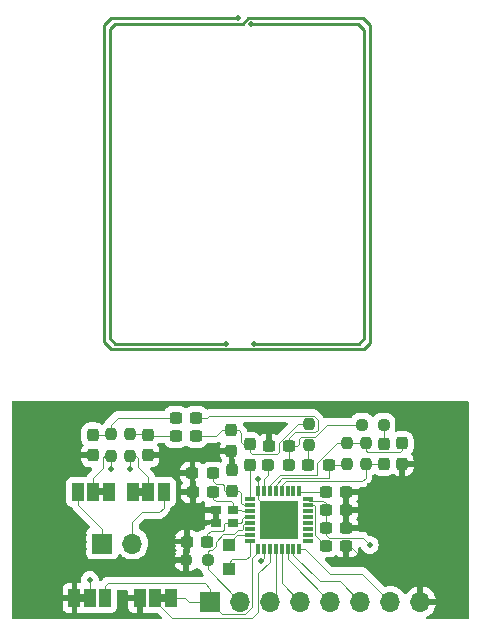
<source format=gtl>
G04 #@! TF.GenerationSoftware,KiCad,Pcbnew,7.0.9*
G04 #@! TF.CreationDate,2024-04-20T19:10:07+02:00*
G04 #@! TF.ProjectId,NFC_Programmer,4e46435f-5072-46f6-9772-616d6d65722e,3.0*
G04 #@! TF.SameCoordinates,Original*
G04 #@! TF.FileFunction,Copper,L1,Top*
G04 #@! TF.FilePolarity,Positive*
%FSLAX46Y46*%
G04 Gerber Fmt 4.6, Leading zero omitted, Abs format (unit mm)*
G04 Created by KiCad (PCBNEW 7.0.9) date 2024-04-20 19:10:07*
%MOMM*%
%LPD*%
G01*
G04 APERTURE LIST*
G04 Aperture macros list*
%AMRoundRect*
0 Rectangle with rounded corners*
0 $1 Rounding radius*
0 $2 $3 $4 $5 $6 $7 $8 $9 X,Y pos of 4 corners*
0 Add a 4 corners polygon primitive as box body*
4,1,4,$2,$3,$4,$5,$6,$7,$8,$9,$2,$3,0*
0 Add four circle primitives for the rounded corners*
1,1,$1+$1,$2,$3*
1,1,$1+$1,$4,$5*
1,1,$1+$1,$6,$7*
1,1,$1+$1,$8,$9*
0 Add four rect primitives between the rounded corners*
20,1,$1+$1,$2,$3,$4,$5,0*
20,1,$1+$1,$4,$5,$6,$7,0*
20,1,$1+$1,$6,$7,$8,$9,0*
20,1,$1+$1,$8,$9,$2,$3,0*%
G04 Aperture macros list end*
G04 #@! TA.AperFunction,SMDPad,CuDef*
%ADD10RoundRect,0.237500X-0.237500X0.250000X-0.237500X-0.250000X0.237500X-0.250000X0.237500X0.250000X0*%
G04 #@! TD*
G04 #@! TA.AperFunction,SMDPad,CuDef*
%ADD11RoundRect,0.237500X0.300000X0.237500X-0.300000X0.237500X-0.300000X-0.237500X0.300000X-0.237500X0*%
G04 #@! TD*
G04 #@! TA.AperFunction,SMDPad,CuDef*
%ADD12RoundRect,0.237500X0.237500X-0.250000X0.237500X0.250000X-0.237500X0.250000X-0.237500X-0.250000X0*%
G04 #@! TD*
G04 #@! TA.AperFunction,SMDPad,CuDef*
%ADD13R,1.000000X1.500000*%
G04 #@! TD*
G04 #@! TA.AperFunction,SMDPad,CuDef*
%ADD14R,1.000000X1.000000*%
G04 #@! TD*
G04 #@! TA.AperFunction,ComponentPad*
%ADD15R,1.700000X1.700000*%
G04 #@! TD*
G04 #@! TA.AperFunction,ComponentPad*
%ADD16O,1.700000X1.700000*%
G04 #@! TD*
G04 #@! TA.AperFunction,SMDPad,CuDef*
%ADD17RoundRect,0.237500X0.237500X-0.287500X0.237500X0.287500X-0.237500X0.287500X-0.237500X-0.287500X0*%
G04 #@! TD*
G04 #@! TA.AperFunction,SMDPad,CuDef*
%ADD18R,0.900000X0.800000*%
G04 #@! TD*
G04 #@! TA.AperFunction,SMDPad,CuDef*
%ADD19RoundRect,0.237500X0.237500X-0.300000X0.237500X0.300000X-0.237500X0.300000X-0.237500X-0.300000X0*%
G04 #@! TD*
G04 #@! TA.AperFunction,SMDPad,CuDef*
%ADD20RoundRect,0.237500X-0.237500X0.300000X-0.237500X-0.300000X0.237500X-0.300000X0.237500X0.300000X0*%
G04 #@! TD*
G04 #@! TA.AperFunction,SMDPad,CuDef*
%ADD21R,0.850000X0.300000*%
G04 #@! TD*
G04 #@! TA.AperFunction,SMDPad,CuDef*
%ADD22R,0.300000X0.850000*%
G04 #@! TD*
G04 #@! TA.AperFunction,SMDPad,CuDef*
%ADD23R,3.250000X3.250000*%
G04 #@! TD*
G04 #@! TA.AperFunction,SMDPad,CuDef*
%ADD24RoundRect,0.237500X-0.300000X-0.237500X0.300000X-0.237500X0.300000X0.237500X-0.300000X0.237500X0*%
G04 #@! TD*
G04 #@! TA.AperFunction,SMDPad,CuDef*
%ADD25RoundRect,0.237500X-0.250000X-0.237500X0.250000X-0.237500X0.250000X0.237500X-0.250000X0.237500X0*%
G04 #@! TD*
G04 #@! TA.AperFunction,SMDPad,CuDef*
%ADD26RoundRect,0.237500X-0.287500X-0.237500X0.287500X-0.237500X0.287500X0.237500X-0.287500X0.237500X0*%
G04 #@! TD*
G04 #@! TA.AperFunction,SMDPad,CuDef*
%ADD27RoundRect,0.237500X0.250000X0.237500X-0.250000X0.237500X-0.250000X-0.237500X0.250000X-0.237500X0*%
G04 #@! TD*
G04 #@! TA.AperFunction,ViaPad*
%ADD28C,0.360000*%
G04 #@! TD*
G04 #@! TA.AperFunction,ViaPad*
%ADD29C,0.500000*%
G04 #@! TD*
G04 #@! TA.AperFunction,Conductor*
%ADD30C,0.100000*%
G04 #@! TD*
G04 #@! TA.AperFunction,Conductor*
%ADD31C,0.250000*%
G04 #@! TD*
G04 APERTURE END LIST*
G04 #@! TA.AperFunction,EtchedComponent*
G36*
X132035000Y-99000000D02*
G01*
X131535000Y-99000000D01*
X131535000Y-98400000D01*
X132035000Y-98400000D01*
X132035000Y-99000000D01*
G37*
G04 #@! TD.AperFunction*
G04 #@! TA.AperFunction,EtchedComponent*
G36*
X128675000Y-98990000D02*
G01*
X128175000Y-98990000D01*
X128175000Y-98390000D01*
X128675000Y-98390000D01*
X128675000Y-98990000D01*
G37*
G04 #@! TD.AperFunction*
G04 #@! TA.AperFunction,EtchedComponent*
G36*
X133910000Y-107970000D02*
G01*
X133410000Y-107970000D01*
X133410000Y-107370000D01*
X133910000Y-107370000D01*
X133910000Y-107970000D01*
G37*
G04 #@! TD.AperFunction*
G04 #@! TA.AperFunction,EtchedComponent*
G36*
X127070000Y-107970000D02*
G01*
X126570000Y-107970000D01*
X126570000Y-107370000D01*
X127070000Y-107370000D01*
X127070000Y-107970000D01*
G37*
G04 #@! TD.AperFunction*
D10*
X150813750Y-94545000D03*
X150813750Y-96370000D03*
D11*
X147696750Y-96380000D03*
X145971750Y-96380000D03*
D12*
X145994250Y-94742500D03*
X145994250Y-92917500D03*
D13*
X131135000Y-98700000D03*
X132435000Y-98700000D03*
X133735000Y-98700000D03*
D14*
X139270000Y-103150000D03*
D11*
X137886750Y-97110000D03*
X136161750Y-97110000D03*
D15*
X128530000Y-103060000D03*
D16*
X131070000Y-103060000D03*
D17*
X140994250Y-96385000D03*
X140994250Y-94635000D03*
D11*
X136462500Y-93970000D03*
X134737500Y-93970000D03*
D18*
X139571750Y-100230000D03*
X138171750Y-100230000D03*
X138171750Y-101330000D03*
X139571750Y-101330000D03*
D19*
X139504250Y-98602500D03*
X139504250Y-96877500D03*
D20*
X139464250Y-93467500D03*
X139464250Y-95192500D03*
D21*
X145914250Y-102820000D03*
X145914250Y-102320000D03*
X145914250Y-101820000D03*
X145914250Y-101320000D03*
X145914250Y-100820000D03*
X145914250Y-100320000D03*
X145914250Y-99820000D03*
X145914250Y-99320000D03*
D22*
X145214250Y-98620000D03*
X144714250Y-98620000D03*
X144214250Y-98620000D03*
X143714250Y-98620000D03*
X143214250Y-98620000D03*
X142714250Y-98620000D03*
X142214250Y-98620000D03*
X141714250Y-98620000D03*
D21*
X141014250Y-99320000D03*
X141014250Y-99820000D03*
X141014250Y-100320000D03*
X141014250Y-100820000D03*
X141014250Y-101320000D03*
X141014250Y-101820000D03*
X141014250Y-102320000D03*
X141014250Y-102820000D03*
D22*
X141714250Y-103520000D03*
X142214250Y-103520000D03*
X142714250Y-103520000D03*
X143214250Y-103520000D03*
X143714250Y-103520000D03*
X144214250Y-103520000D03*
X144714250Y-103520000D03*
X145214250Y-103520000D03*
D23*
X143464250Y-101070000D03*
D15*
X137670000Y-108010000D03*
D16*
X140210000Y-108010000D03*
X142750000Y-108010000D03*
X145290000Y-108010000D03*
X147830000Y-108010000D03*
X150370000Y-108010000D03*
X152910000Y-108010000D03*
X155450000Y-108010000D03*
D10*
X130835000Y-93800000D03*
X130835000Y-95625000D03*
D19*
X152344250Y-96320000D03*
X152344250Y-94595000D03*
D11*
X136462500Y-92400000D03*
X134737500Y-92400000D03*
D24*
X147445000Y-98700000D03*
X149170000Y-98700000D03*
X147445000Y-100220000D03*
X149170000Y-100220000D03*
D12*
X149283250Y-96370000D03*
X149283250Y-94545000D03*
D20*
X153904250Y-94587500D03*
X153904250Y-96312500D03*
D24*
X147445000Y-101740000D03*
X149170000Y-101740000D03*
D10*
X129285000Y-93800000D03*
X129285000Y-95625000D03*
D25*
X150522500Y-92990000D03*
X152347500Y-92990000D03*
D20*
X132385000Y-93850000D03*
X132385000Y-95575000D03*
D19*
X127725000Y-95575000D03*
X127725000Y-93850000D03*
D11*
X137420000Y-102890000D03*
X135695000Y-102890000D03*
D26*
X142544250Y-96400000D03*
X144294250Y-96400000D03*
D27*
X137458250Y-104420000D03*
X135633250Y-104420000D03*
D13*
X129075000Y-98690000D03*
X127775000Y-98690000D03*
X126475000Y-98690000D03*
X134310000Y-107670000D03*
X133010000Y-107670000D03*
X131710000Y-107670000D03*
D14*
X139270000Y-105210000D03*
D13*
X126170000Y-107670000D03*
X127470000Y-107670000D03*
X128770000Y-107670000D03*
D24*
X142609250Y-94790000D03*
X144334250Y-94790000D03*
D11*
X137926750Y-98680000D03*
X136201750Y-98680000D03*
D24*
X147445000Y-103260000D03*
X149170000Y-103260000D03*
D28*
X159130000Y-95860000D03*
X128800000Y-104750000D03*
X157940000Y-91280000D03*
X131870000Y-105550000D03*
X124300000Y-91250000D03*
X125190000Y-98820000D03*
X127340000Y-91240000D03*
X157250000Y-91280000D03*
X129940000Y-105570000D03*
X135120000Y-99770000D03*
X121160000Y-98970000D03*
X122870000Y-109150000D03*
D29*
X134251582Y-95601582D03*
D28*
X126460000Y-94700000D03*
X144350000Y-91290000D03*
X159080000Y-104020000D03*
X155130000Y-94450000D03*
X129220000Y-91250000D03*
X125190000Y-98210000D03*
X130030000Y-109160000D03*
X134590000Y-100240000D03*
X148440000Y-92230000D03*
X150480000Y-99510000D03*
X154370000Y-97580000D03*
X123600000Y-91240000D03*
X133980000Y-97190000D03*
X159130000Y-96470000D03*
X121160000Y-92260000D03*
X152660000Y-97670000D03*
X134570000Y-102480000D03*
X154960000Y-93780000D03*
X125860000Y-109180000D03*
X121170000Y-91560000D03*
X141860000Y-91280000D03*
X121120000Y-108950000D03*
X148700000Y-91290000D03*
X158550000Y-91280000D03*
X125740000Y-97180000D03*
X121130000Y-106460000D03*
X132560000Y-101260000D03*
X137450000Y-95930000D03*
X159120000Y-92860000D03*
X127920000Y-104800000D03*
X143780000Y-91290000D03*
X124910000Y-108130000D03*
X148000000Y-91280000D03*
X121160000Y-92870000D03*
X151917606Y-102411550D03*
X152920000Y-91280000D03*
X147701096Y-92221952D03*
X149280000Y-92220000D03*
X159090000Y-99740000D03*
X139410000Y-91290000D03*
X159090000Y-101530000D03*
X132820000Y-105550000D03*
X131290000Y-109180000D03*
X133790000Y-101240000D03*
X157500000Y-106700000D03*
X151890000Y-97650000D03*
X159130000Y-95290000D03*
X130870000Y-105570000D03*
X132710000Y-102930000D03*
X134570000Y-103250000D03*
X125250000Y-109180000D03*
X127520000Y-92500000D03*
X127740000Y-109160000D03*
X157600000Y-108470000D03*
X159120000Y-98960000D03*
X126610000Y-96460000D03*
X132780000Y-104380000D03*
X158390000Y-109150000D03*
X121130000Y-104670000D03*
X152310000Y-91280000D03*
X126670000Y-92870000D03*
X134560000Y-104720000D03*
X134560000Y-103940000D03*
X126440000Y-93840000D03*
X140680000Y-91280000D03*
X156070000Y-91280000D03*
X150460000Y-100300000D03*
X140020000Y-91290000D03*
X153450000Y-97640000D03*
X134950000Y-98240000D03*
X151364342Y-91970000D03*
X135077887Y-95174346D03*
X155410000Y-91290000D03*
X159080000Y-107150000D03*
X123410000Y-109150000D03*
X159090000Y-105270000D03*
X136980000Y-95110000D03*
X128330000Y-92550000D03*
X150470000Y-98680000D03*
X121160000Y-94050000D03*
X121810000Y-91240000D03*
D29*
X142620000Y-93280000D03*
D28*
X131010000Y-91250000D03*
X121690000Y-109150000D03*
X149880000Y-91290000D03*
X125480000Y-91250000D03*
X128310000Y-109160000D03*
X127050000Y-102380000D03*
X127910000Y-91240000D03*
X157190000Y-105960000D03*
X131820000Y-109180000D03*
X151460000Y-104220000D03*
X124910000Y-107590000D03*
X150530000Y-100960000D03*
X134950000Y-96480000D03*
X136540000Y-95870000D03*
X153540000Y-92730000D03*
X131960000Y-101650000D03*
X121130000Y-105850000D03*
X155130000Y-95290000D03*
X126400000Y-109180000D03*
X131070000Y-104790000D03*
X125760000Y-106200000D03*
X159080000Y-107760000D03*
X124910000Y-106980000D03*
X127050000Y-104100000D03*
X124910000Y-106410000D03*
X133540000Y-91240000D03*
X159090000Y-104660000D03*
X152060000Y-103740000D03*
X128800000Y-105570000D03*
X154790000Y-105970000D03*
X121120000Y-107160000D03*
X132070000Y-104740000D03*
X121120000Y-108340000D03*
X135620000Y-95890000D03*
X132850000Y-91240000D03*
X159130000Y-94680000D03*
X127050000Y-102950000D03*
X121130000Y-100360000D03*
D29*
X136820000Y-101300000D03*
D28*
X152220000Y-103020000D03*
X121120000Y-102240000D03*
X152500000Y-105950000D03*
X121160000Y-93440000D03*
X126970000Y-109180000D03*
X151740000Y-91280000D03*
X125190000Y-99360000D03*
X121130000Y-101540000D03*
X159120000Y-93430000D03*
X159090000Y-100920000D03*
X126670000Y-97160000D03*
X128970000Y-92080000D03*
D29*
X150700000Y-104480000D03*
D28*
X159080000Y-108330000D03*
X129460000Y-109160000D03*
X122420000Y-91240000D03*
X159120000Y-97780000D03*
X126540000Y-105870000D03*
X132760000Y-102070000D03*
X156200000Y-105960000D03*
X121160000Y-98360000D03*
X133530000Y-96280000D03*
X159090000Y-106450000D03*
X121130000Y-105280000D03*
X121120000Y-104030000D03*
X146820000Y-91280000D03*
X129930000Y-104790000D03*
X159130000Y-91550000D03*
X132280000Y-91240000D03*
X135980000Y-101650000D03*
X130400000Y-91250000D03*
X128520000Y-91240000D03*
X125670000Y-100350000D03*
X159080000Y-108940000D03*
X159120000Y-97170000D03*
X133210000Y-96990000D03*
X142470000Y-91280000D03*
X154800000Y-91290000D03*
X147200000Y-91900000D03*
X122990000Y-91240000D03*
X125190000Y-99930000D03*
X145600000Y-91280000D03*
X128920000Y-109160000D03*
X151070000Y-98110000D03*
X149310000Y-91290000D03*
X121130000Y-99750000D03*
X124910000Y-91250000D03*
X152170000Y-91820000D03*
X157820000Y-109150000D03*
X154230000Y-91290000D03*
X151130000Y-91280000D03*
X159090000Y-105840000D03*
X129830000Y-91250000D03*
X146210000Y-91280000D03*
X123980000Y-109150000D03*
X136880000Y-100240000D03*
X134960000Y-99050000D03*
X159090000Y-100350000D03*
X153620000Y-105960000D03*
X131670000Y-91240000D03*
X127100000Y-101690000D03*
X136100000Y-95140000D03*
X151740000Y-105590000D03*
X122260000Y-109150000D03*
X127050000Y-103560000D03*
X126090000Y-91250000D03*
X159120000Y-98350000D03*
X147390000Y-91280000D03*
X121170000Y-95300000D03*
X126130000Y-100790000D03*
X134890000Y-97330000D03*
D29*
X141710000Y-97600000D03*
D28*
X136100000Y-99920000D03*
X121160000Y-97180000D03*
X130670000Y-109180000D03*
X126610000Y-101210000D03*
X121120000Y-107770000D03*
X121170000Y-95870000D03*
X149880000Y-91890000D03*
X144960000Y-91290000D03*
X121120000Y-102850000D03*
X151124464Y-102010199D03*
X159080000Y-102230000D03*
X121120000Y-103420000D03*
X143170000Y-91290000D03*
X124910000Y-108700000D03*
X159120000Y-94040000D03*
X134250000Y-100770000D03*
X121130000Y-100930000D03*
X153420000Y-92190000D03*
X155210000Y-96260000D03*
D29*
X137990000Y-95230000D03*
D28*
X121170000Y-96480000D03*
X157580000Y-107690000D03*
X150570000Y-101750000D03*
X156680000Y-91280000D03*
X125190000Y-97640000D03*
X135060000Y-101740000D03*
X126700000Y-105300000D03*
X159080000Y-102840000D03*
X154390000Y-93370000D03*
X153620000Y-91290000D03*
X159120000Y-92250000D03*
X151310000Y-105140000D03*
D29*
X125870000Y-95560000D03*
D28*
X121160000Y-97790000D03*
X121170000Y-94690000D03*
X127050000Y-104670000D03*
X155050000Y-97220000D03*
X128250000Y-105320000D03*
X124680000Y-109180000D03*
X159080000Y-103410000D03*
X141290000Y-91280000D03*
X153610000Y-93260000D03*
X133840000Y-105540000D03*
X133130000Y-101260000D03*
X152870000Y-91870000D03*
X150690000Y-91810000D03*
X132400000Y-109200000D03*
X150490000Y-91290000D03*
X126730000Y-91240000D03*
X132730000Y-103630000D03*
D29*
X151160000Y-103180000D03*
X142000000Y-104530000D03*
X127480000Y-106160000D03*
X139030000Y-86150000D03*
X141370000Y-86140000D03*
X140010000Y-58550000D03*
X130850000Y-96740000D03*
X141150000Y-59040000D03*
X129280000Y-96770000D03*
D30*
X146516250Y-99897000D02*
X146439250Y-99820000D01*
X147445000Y-103260000D02*
X146516250Y-102331250D01*
X146439250Y-99820000D02*
X145914250Y-99820000D01*
X146516250Y-102331250D02*
X146516250Y-99897000D01*
X136850000Y-101330000D02*
X136820000Y-101300000D01*
X141714250Y-99320000D02*
X141714250Y-98620000D01*
X134225000Y-95575000D02*
X134251582Y-95601582D01*
X143464250Y-101070000D02*
X141714250Y-99320000D01*
X142609250Y-94790000D02*
X142609250Y-93290750D01*
X138027500Y-95192500D02*
X137990000Y-95230000D01*
X125885000Y-95575000D02*
X125870000Y-95560000D01*
X139464250Y-95192500D02*
X138027500Y-95192500D01*
X141714250Y-97604250D02*
X141710000Y-97600000D01*
X138171750Y-101330000D02*
X136850000Y-101330000D01*
X142609250Y-93290750D02*
X142620000Y-93280000D01*
X149480000Y-103260000D02*
X150700000Y-104480000D01*
X149170000Y-103260000D02*
X149480000Y-103260000D01*
X132385000Y-95575000D02*
X134225000Y-95575000D01*
X127725000Y-95575000D02*
X125885000Y-95575000D01*
X141714250Y-98620000D02*
X141714250Y-97604250D01*
X147445000Y-98700000D02*
X145294250Y-98700000D01*
X145294250Y-98700000D02*
X145214250Y-98620000D01*
X140489250Y-99820000D02*
X140260000Y-99590750D01*
X138824250Y-98510000D02*
X138916750Y-98602500D01*
X137886750Y-97732500D02*
X138134250Y-97980000D01*
X140260000Y-99590750D02*
X140260000Y-98770000D01*
X137886750Y-97110000D02*
X137886750Y-97732500D01*
X138134250Y-97980000D02*
X138684250Y-97980000D01*
X140092500Y-98602500D02*
X139504250Y-98602500D01*
X138684250Y-97980000D02*
X138824250Y-98120000D01*
X140260000Y-98770000D02*
X140092500Y-98602500D01*
X141014250Y-99820000D02*
X140489250Y-99820000D01*
X138916750Y-98602500D02*
X139504250Y-98602500D01*
X138824250Y-98120000D02*
X138824250Y-98510000D01*
X140330000Y-100979250D02*
X140330000Y-101210000D01*
X138910000Y-101330000D02*
X139571750Y-101330000D01*
X137420000Y-102890000D02*
X137420000Y-102290000D01*
X137710000Y-102000000D02*
X138710000Y-102000000D01*
X140489250Y-100820000D02*
X140330000Y-100979250D01*
X138860000Y-101380000D02*
X138910000Y-101330000D01*
X138860000Y-101850000D02*
X138860000Y-101380000D01*
X137420000Y-102290000D02*
X137710000Y-102000000D01*
X141014250Y-100820000D02*
X140489250Y-100820000D01*
X140210000Y-101330000D02*
X139571750Y-101330000D01*
X138710000Y-102000000D02*
X138860000Y-101850000D01*
X140330000Y-101210000D02*
X140210000Y-101330000D01*
X143714250Y-98095000D02*
X144049250Y-97760000D01*
X150813750Y-97473750D02*
X150813750Y-96370000D01*
X150813750Y-96370000D02*
X152294250Y-96370000D01*
X143714250Y-98620000D02*
X143714250Y-98095000D01*
X150540000Y-97760000D02*
X150820000Y-97480000D01*
X150820000Y-97480000D02*
X150813750Y-97473750D01*
X144049250Y-97760000D02*
X150540000Y-97760000D01*
X152294250Y-96370000D02*
X152344250Y-96320000D01*
X152347500Y-94591750D02*
X152344250Y-94595000D01*
X152347500Y-92990000D02*
X152347500Y-94591750D01*
X145050000Y-94790000D02*
X144334250Y-94790000D01*
X136462500Y-92400000D02*
X137430000Y-92400000D01*
X144294250Y-94830000D02*
X144334250Y-94790000D01*
X145170000Y-94670000D02*
X145050000Y-94790000D01*
X146410022Y-92253000D02*
X146750000Y-92592978D01*
X145350000Y-94000000D02*
X145170000Y-94180000D01*
X146570000Y-94000000D02*
X145350000Y-94000000D01*
X150522500Y-92990000D02*
X147580000Y-92990000D01*
X144334250Y-94135750D02*
X144334250Y-94790000D01*
X145170000Y-94180000D02*
X145170000Y-94670000D01*
X137577000Y-92253000D02*
X146410022Y-92253000D01*
X146750000Y-93420000D02*
X146550000Y-93620000D01*
X137430000Y-92400000D02*
X137577000Y-92253000D01*
X144294250Y-96400000D02*
X144294250Y-94830000D01*
X146750000Y-92592978D02*
X146750000Y-93420000D01*
X147580000Y-92990000D02*
X146570000Y-94000000D01*
X144850000Y-93620000D02*
X144334250Y-94135750D01*
X146550000Y-93620000D02*
X144850000Y-93620000D01*
X140994250Y-95284250D02*
X140994250Y-94635000D01*
X145076478Y-92917500D02*
X143480000Y-94513978D01*
X140067500Y-93467500D02*
X140270000Y-93670000D01*
X143480000Y-94513978D02*
X143480000Y-95290000D01*
X143280000Y-95490000D02*
X141200000Y-95490000D01*
X139464250Y-93467500D02*
X140067500Y-93467500D01*
X140445000Y-94635000D02*
X140994250Y-94635000D01*
X145994250Y-92917500D02*
X145076478Y-92917500D01*
X143480000Y-95290000D02*
X143280000Y-95490000D01*
X136462500Y-93970000D02*
X138120000Y-93970000D01*
X140270000Y-94460000D02*
X140445000Y-94635000D01*
X140270000Y-93670000D02*
X140270000Y-94460000D01*
X141200000Y-95490000D02*
X140994250Y-95284250D01*
X138120000Y-93970000D02*
X138622500Y-93467500D01*
X138622500Y-93467500D02*
X139464250Y-93467500D01*
X130835000Y-93800000D02*
X132335000Y-93800000D01*
X132505000Y-93970000D02*
X132385000Y-93850000D01*
X134737500Y-93970000D02*
X132505000Y-93970000D01*
X132335000Y-93800000D02*
X132385000Y-93850000D01*
X127725000Y-93850000D02*
X129235000Y-93850000D01*
X129235000Y-93850000D02*
X129285000Y-93800000D01*
X129870000Y-92400000D02*
X129285000Y-92985000D01*
X129285000Y-92985000D02*
X129285000Y-93800000D01*
X134737500Y-92400000D02*
X129870000Y-92400000D01*
X153904250Y-95145750D02*
X153740500Y-95309500D01*
X143549250Y-97260000D02*
X146670000Y-97260000D01*
X150979500Y-95309500D02*
X150813750Y-95143750D01*
X150813750Y-95143750D02*
X150813750Y-94545000D01*
X153740500Y-95309500D02*
X150979500Y-95309500D01*
X142714250Y-98095000D02*
X143549250Y-97260000D01*
X146670000Y-97260000D02*
X146686250Y-97243750D01*
X148375000Y-94545000D02*
X149283250Y-94545000D01*
X149283250Y-94545000D02*
X150813750Y-94545000D01*
X146686250Y-96233750D02*
X148375000Y-94545000D01*
X153904250Y-94587500D02*
X153904250Y-95145750D01*
X142714250Y-98620000D02*
X142714250Y-98095000D01*
X146686250Y-97243750D02*
X146686250Y-96233750D01*
X147637000Y-97533000D02*
X147696750Y-97473250D01*
X147696750Y-97473250D02*
X147696750Y-96380000D01*
X143214250Y-98620000D02*
X143214250Y-98095000D01*
X149273250Y-96380000D02*
X149283250Y-96370000D01*
X143214250Y-98095000D02*
X143776250Y-97533000D01*
X143776250Y-97533000D02*
X147637000Y-97533000D01*
X147696750Y-96380000D02*
X149273250Y-96380000D01*
X145971750Y-94765000D02*
X145994250Y-94742500D01*
X145971750Y-96380000D02*
X145971750Y-94765000D01*
X141014250Y-96405000D02*
X140994250Y-96385000D01*
X141014250Y-99320000D02*
X141014250Y-96405000D01*
X142214250Y-97565750D02*
X142544250Y-97235750D01*
X142214250Y-98620000D02*
X142214250Y-97565750D01*
X142544250Y-97235750D02*
X142544250Y-96400000D01*
X139530000Y-104410000D02*
X139270000Y-104670000D01*
X139270000Y-104670000D02*
X139270000Y-105210000D01*
X140680000Y-104410000D02*
X139530000Y-104410000D01*
X141014250Y-104075750D02*
X140680000Y-104410000D01*
X141014250Y-102820000D02*
X141014250Y-104075750D01*
X144214250Y-103520000D02*
X144214250Y-104394250D01*
X144214250Y-104394250D02*
X147830000Y-108010000D01*
X147770000Y-105610000D02*
X150510000Y-105610000D01*
X145680000Y-103520000D02*
X147770000Y-105610000D01*
X150510000Y-105610000D02*
X152910000Y-108010000D01*
X145214250Y-103520000D02*
X145680000Y-103520000D01*
X144714250Y-104045000D02*
X146919250Y-106250000D01*
X148630000Y-106250000D02*
X150370000Y-107990000D01*
X144714250Y-103520000D02*
X144714250Y-104045000D01*
X146919250Y-106250000D02*
X148630000Y-106250000D01*
X150370000Y-107990000D02*
X150370000Y-108010000D01*
X140585250Y-101320000D02*
X140412250Y-101493000D01*
X140412250Y-101847750D02*
X140354250Y-101905750D01*
X139670000Y-102290000D02*
X138776000Y-102290000D01*
X137458250Y-103751750D02*
X137458250Y-104420000D01*
X140354250Y-101905750D02*
X140054250Y-101905750D01*
X140412250Y-101493000D02*
X140412250Y-101847750D01*
X137458250Y-104420000D02*
X137458250Y-105258250D01*
X137590000Y-103620000D02*
X137458250Y-103751750D01*
X141014250Y-101320000D02*
X140585250Y-101320000D01*
X137458250Y-105258250D02*
X140210000Y-108010000D01*
X138776000Y-102290000D02*
X138134500Y-102931500D01*
X137820272Y-103620000D02*
X137590000Y-103620000D01*
X138134500Y-103305772D02*
X137820272Y-103620000D01*
X140054250Y-101905750D02*
X139670000Y-102290000D01*
X138134500Y-102931500D02*
X138134500Y-103305772D01*
X128770000Y-107670000D02*
X128770000Y-106650000D01*
X147445000Y-99655000D02*
X147445000Y-100220000D01*
X147445000Y-101740000D02*
X147445000Y-102365000D01*
X141714250Y-103520000D02*
X141714250Y-103795000D01*
X146044250Y-99450000D02*
X147240000Y-99450000D01*
X141237000Y-104272250D02*
X141237000Y-108435398D01*
X147240000Y-99450000D02*
X147445000Y-99655000D01*
X135550000Y-107670000D02*
X134310000Y-107670000D01*
X135890000Y-108010000D02*
X135550000Y-107670000D01*
X141714250Y-103795000D02*
X141237000Y-104272250D01*
X141237000Y-108435398D02*
X140632398Y-109040000D01*
X140632398Y-109040000D02*
X138700000Y-109040000D01*
X128770000Y-106650000D02*
X129000000Y-106420000D01*
X138700000Y-109040000D02*
X137670000Y-108010000D01*
X151170000Y-103220000D02*
X151170000Y-103190000D01*
X137200000Y-106420000D02*
X137670000Y-106890000D01*
X145914250Y-99320000D02*
X146044250Y-99450000D01*
X137670000Y-106890000D02*
X137670000Y-108010000D01*
X137670000Y-108010000D02*
X135890000Y-108010000D01*
X147688000Y-102608000D02*
X150558000Y-102608000D01*
X147445000Y-102365000D02*
X147688000Y-102608000D01*
X150558000Y-102608000D02*
X151170000Y-103220000D01*
X129000000Y-106420000D02*
X137200000Y-106420000D01*
X147445000Y-100220000D02*
X147445000Y-101740000D01*
X143714250Y-106434250D02*
X145290000Y-108010000D01*
X143714250Y-103520000D02*
X143714250Y-106434250D01*
X143214250Y-107545750D02*
X143214250Y-103520000D01*
X142750000Y-108010000D02*
X143214250Y-107545750D01*
X140354250Y-100320000D02*
X141014249Y-100320000D01*
X137926750Y-98680000D02*
X137926750Y-99262500D01*
X138154250Y-99490000D02*
X139454250Y-99490000D01*
X139584250Y-99620000D02*
X139571750Y-99632500D01*
X137926750Y-99262500D02*
X138154250Y-99490000D01*
X139571750Y-99632500D02*
X139571750Y-100230000D01*
X140244250Y-100230000D02*
X140344250Y-100330000D01*
X139454250Y-99490000D02*
X139584250Y-99620000D01*
X139571750Y-100230000D02*
X140244250Y-100230000D01*
X140344250Y-100330000D02*
X140354250Y-100320000D01*
X127470000Y-107670000D02*
X127470000Y-106170000D01*
X142214250Y-104315750D02*
X142214250Y-103520000D01*
X127470000Y-106170000D02*
X127480000Y-106160000D01*
X142000000Y-104530000D02*
X142214250Y-104315750D01*
X142714250Y-104605750D02*
X142714250Y-103520000D01*
X141723000Y-108857000D02*
X141723000Y-105597000D01*
X133010000Y-107670000D02*
X133010000Y-107920000D01*
X141230000Y-109350000D02*
X141723000Y-108857000D01*
X141723000Y-105597000D02*
X142714250Y-104605750D01*
X134440000Y-109350000D02*
X141230000Y-109350000D01*
X133010000Y-107920000D02*
X134440000Y-109350000D01*
X131070000Y-101210000D02*
X131070000Y-103060000D01*
X133735000Y-98700000D02*
X133735000Y-100035000D01*
X133340000Y-100430000D02*
X131850000Y-100430000D01*
X131070000Y-103060000D02*
X130530000Y-103060000D01*
X133735000Y-100035000D02*
X133340000Y-100430000D01*
X131850000Y-100430000D02*
X131070000Y-101210000D01*
X132435000Y-97435000D02*
X132435000Y-98700000D01*
D31*
X129620000Y-86140000D02*
X139020000Y-86140000D01*
D30*
X129285000Y-95625000D02*
X129285000Y-96765000D01*
X130835000Y-95625000D02*
X130835000Y-96725000D01*
X128715000Y-95625000D02*
X128590000Y-95750000D01*
D31*
X151200000Y-86100000D02*
X151200000Y-59160000D01*
D30*
X130835000Y-95625000D02*
X131375000Y-95625000D01*
X131590000Y-96590000D02*
X132435000Y-97435000D01*
D31*
X141370000Y-86140000D02*
X150220000Y-86140000D01*
D30*
X129285000Y-96765000D02*
X129280000Y-96770000D01*
X131375000Y-95625000D02*
X131590000Y-95840000D01*
D31*
X128670000Y-59150000D02*
X128670000Y-86010000D01*
X140010000Y-58550000D02*
X140010000Y-58560000D01*
X129280000Y-86620000D02*
X150680000Y-86620000D01*
X150600000Y-58560000D02*
X140890000Y-58560000D01*
D30*
X128590000Y-95750000D02*
X128590000Y-96670000D01*
D31*
X129260000Y-58560000D02*
X128670000Y-59150000D01*
X140890000Y-58560000D02*
X140410000Y-59040000D01*
X128670000Y-86010000D02*
X129280000Y-86620000D01*
X150720000Y-59600000D02*
X150160000Y-59040000D01*
X139020000Y-86140000D02*
X139030000Y-86150000D01*
X150220000Y-86140000D02*
X150720000Y-85640000D01*
X129640000Y-59040000D02*
X129150000Y-59530000D01*
D30*
X129285000Y-95625000D02*
X128715000Y-95625000D01*
D31*
X140010000Y-58560000D02*
X129260000Y-58560000D01*
X151200000Y-59160000D02*
X150600000Y-58560000D01*
X150680000Y-86620000D02*
X151200000Y-86100000D01*
X129150000Y-85670000D02*
X129620000Y-86140000D01*
D30*
X128590000Y-96670000D02*
X127775000Y-97485000D01*
X131590000Y-95840000D02*
X131590000Y-96590000D01*
D31*
X150720000Y-85640000D02*
X150720000Y-59600000D01*
X129150000Y-59530000D02*
X129150000Y-85670000D01*
D30*
X127775000Y-97485000D02*
X127775000Y-98690000D01*
D31*
X150160000Y-59040000D02*
X141150000Y-59040000D01*
X140410000Y-59040000D02*
X129640000Y-59040000D01*
D30*
X130835000Y-96725000D02*
X130850000Y-96740000D01*
X126475000Y-99775000D02*
X128530000Y-101830000D01*
X128530000Y-101830000D02*
X128530000Y-103060000D01*
X126475000Y-98690000D02*
X126475000Y-99775000D01*
X139594026Y-102687000D02*
X139270000Y-102687000D01*
X139961026Y-102320000D02*
X139594026Y-102687000D01*
X141014250Y-102320000D02*
X139961026Y-102320000D01*
X139270000Y-102687000D02*
X139270000Y-103150000D01*
G04 #@! TA.AperFunction,Conductor*
G36*
X159477539Y-90979685D02*
G01*
X159523294Y-91032489D01*
X159534500Y-91084000D01*
X159534500Y-109350500D01*
X159514815Y-109417539D01*
X159462011Y-109463294D01*
X159410500Y-109474500D01*
X156063069Y-109474500D01*
X155996030Y-109454815D01*
X155950275Y-109402011D01*
X155940331Y-109332853D01*
X155969356Y-109269297D01*
X156010664Y-109238118D01*
X156127578Y-109183600D01*
X156321082Y-109048105D01*
X156488105Y-108881082D01*
X156623600Y-108687578D01*
X156723429Y-108473492D01*
X156723432Y-108473486D01*
X156780636Y-108260000D01*
X155883686Y-108260000D01*
X155909493Y-108219844D01*
X155950000Y-108081889D01*
X155950000Y-107938111D01*
X155909493Y-107800156D01*
X155883686Y-107760000D01*
X156780636Y-107760000D01*
X156780635Y-107759999D01*
X156723432Y-107546513D01*
X156723429Y-107546507D01*
X156623600Y-107332422D01*
X156623599Y-107332420D01*
X156488113Y-107138926D01*
X156488108Y-107138920D01*
X156321082Y-106971894D01*
X156127578Y-106836399D01*
X155913492Y-106736570D01*
X155913486Y-106736567D01*
X155700000Y-106679364D01*
X155700000Y-107574498D01*
X155592315Y-107525320D01*
X155485763Y-107510000D01*
X155414237Y-107510000D01*
X155307685Y-107525320D01*
X155200000Y-107574498D01*
X155200000Y-106679364D01*
X155199999Y-106679364D01*
X154986513Y-106736567D01*
X154986507Y-106736570D01*
X154772422Y-106836399D01*
X154772420Y-106836400D01*
X154578926Y-106971886D01*
X154578920Y-106971891D01*
X154411891Y-107138920D01*
X154411890Y-107138922D01*
X154281880Y-107324595D01*
X154227303Y-107368219D01*
X154157804Y-107375412D01*
X154095450Y-107343890D01*
X154078730Y-107324594D01*
X153948494Y-107138597D01*
X153781402Y-106971506D01*
X153781395Y-106971501D01*
X153779965Y-106970500D01*
X153639475Y-106872127D01*
X153587834Y-106835967D01*
X153587830Y-106835965D01*
X153373663Y-106736097D01*
X153373659Y-106736096D01*
X153373655Y-106736094D01*
X153145413Y-106674938D01*
X153145403Y-106674936D01*
X152910001Y-106654341D01*
X152909999Y-106654341D01*
X152674596Y-106674936D01*
X152674586Y-106674938D01*
X152490475Y-106724270D01*
X152420625Y-106722607D01*
X152370701Y-106692176D01*
X150905906Y-105227381D01*
X150902071Y-105223275D01*
X150860680Y-105178956D01*
X150848264Y-105171405D01*
X150822861Y-105155957D01*
X150817610Y-105152383D01*
X150782341Y-105125638D01*
X150782342Y-105125638D01*
X150765642Y-105119052D01*
X150746716Y-105109652D01*
X150731380Y-105100327D01*
X150688758Y-105088384D01*
X150682740Y-105086360D01*
X150641565Y-105070124D01*
X150641556Y-105070122D01*
X150623716Y-105068288D01*
X150602951Y-105064342D01*
X150585669Y-105059500D01*
X150585665Y-105059500D01*
X150541406Y-105059500D01*
X150535064Y-105059175D01*
X150507427Y-105056333D01*
X150491029Y-105054648D01*
X150491024Y-105054648D01*
X150473344Y-105057697D01*
X150452276Y-105059500D01*
X148049386Y-105059500D01*
X147982347Y-105039815D01*
X147961705Y-105023181D01*
X147385705Y-104447180D01*
X147352220Y-104385857D01*
X147357204Y-104316165D01*
X147399076Y-104260232D01*
X147464540Y-104235815D01*
X147473386Y-104235499D01*
X147794170Y-104235499D01*
X147794176Y-104235499D01*
X147895253Y-104225174D01*
X148059016Y-104170908D01*
X148205850Y-104080340D01*
X148220171Y-104066018D01*
X148281489Y-104032533D01*
X148351181Y-104037514D01*
X148395534Y-104066017D01*
X148409461Y-104079944D01*
X148409465Y-104079947D01*
X148556188Y-104170448D01*
X148556199Y-104170453D01*
X148719847Y-104224680D01*
X148820851Y-104234999D01*
X148920000Y-104234998D01*
X148920000Y-103282500D01*
X148939685Y-103215461D01*
X148992489Y-103169706D01*
X149044000Y-103158500D01*
X149296000Y-103158500D01*
X149363039Y-103178185D01*
X149408794Y-103230989D01*
X149420000Y-103282500D01*
X149420000Y-104234999D01*
X149519140Y-104234999D01*
X149519154Y-104234998D01*
X149620152Y-104224680D01*
X149783800Y-104170453D01*
X149783811Y-104170448D01*
X149930534Y-104079947D01*
X149930538Y-104079944D01*
X150052444Y-103958038D01*
X150052447Y-103958034D01*
X150142948Y-103811311D01*
X150142953Y-103811300D01*
X150197180Y-103647652D01*
X150207499Y-103546654D01*
X150207499Y-103460045D01*
X150227183Y-103393006D01*
X150279986Y-103347250D01*
X150349145Y-103337306D01*
X150412701Y-103366330D01*
X150448540Y-103419089D01*
X150479542Y-103507686D01*
X150479547Y-103507697D01*
X150569518Y-103650884D01*
X150569523Y-103650890D01*
X150689109Y-103770476D01*
X150689115Y-103770481D01*
X150832302Y-103860452D01*
X150832305Y-103860454D01*
X150832309Y-103860455D01*
X150832310Y-103860456D01*
X150886932Y-103879569D01*
X150991943Y-103916314D01*
X151159997Y-103935249D01*
X151160000Y-103935249D01*
X151160003Y-103935249D01*
X151328056Y-103916314D01*
X151328059Y-103916313D01*
X151487690Y-103860456D01*
X151487692Y-103860454D01*
X151487694Y-103860454D01*
X151487697Y-103860452D01*
X151630884Y-103770481D01*
X151630885Y-103770480D01*
X151630890Y-103770477D01*
X151750477Y-103650890D01*
X151750481Y-103650884D01*
X151840452Y-103507697D01*
X151840454Y-103507694D01*
X151840454Y-103507692D01*
X151840456Y-103507690D01*
X151896313Y-103348059D01*
X151896313Y-103348058D01*
X151896314Y-103348056D01*
X151915249Y-103180002D01*
X151915249Y-103179997D01*
X151896314Y-103011943D01*
X151840454Y-102852305D01*
X151840452Y-102852302D01*
X151750481Y-102709115D01*
X151750476Y-102709109D01*
X151630890Y-102589523D01*
X151630884Y-102589518D01*
X151487697Y-102499547D01*
X151487694Y-102499545D01*
X151328055Y-102443685D01*
X151195539Y-102428755D01*
X151131125Y-102401689D01*
X151121741Y-102393216D01*
X150953906Y-102225381D01*
X150922697Y-102191965D01*
X150908680Y-102176956D01*
X150896264Y-102169405D01*
X150870861Y-102153957D01*
X150865610Y-102150383D01*
X150830341Y-102123638D01*
X150830342Y-102123638D01*
X150813642Y-102117052D01*
X150794716Y-102107652D01*
X150779380Y-102098327D01*
X150736758Y-102086384D01*
X150730740Y-102084360D01*
X150689565Y-102068124D01*
X150689556Y-102068122D01*
X150671716Y-102066288D01*
X150650951Y-102062342D01*
X150633669Y-102057500D01*
X150633665Y-102057500D01*
X150589406Y-102057500D01*
X150583064Y-102057175D01*
X150555427Y-102054333D01*
X150539029Y-102052648D01*
X150539024Y-102052648D01*
X150521344Y-102055697D01*
X150500276Y-102057500D01*
X150326362Y-102057500D01*
X150259323Y-102037815D01*
X150238681Y-102021181D01*
X150207500Y-101990000D01*
X149420000Y-101990000D01*
X149388819Y-102021181D01*
X149327496Y-102054666D01*
X149301138Y-102057500D01*
X149044000Y-102057500D01*
X148976961Y-102037815D01*
X148931206Y-101985011D01*
X148920000Y-101933500D01*
X148920000Y-100470000D01*
X149420000Y-100470000D01*
X149420000Y-101490000D01*
X150207499Y-101490000D01*
X150207499Y-101453360D01*
X150207498Y-101453345D01*
X150197180Y-101352347D01*
X150142953Y-101188699D01*
X150142948Y-101188688D01*
X150054379Y-101045097D01*
X150035938Y-100977705D01*
X150054379Y-100914903D01*
X150142948Y-100771311D01*
X150142953Y-100771300D01*
X150197180Y-100607652D01*
X150207499Y-100506654D01*
X150207500Y-100506641D01*
X150207500Y-100470000D01*
X149420000Y-100470000D01*
X148920000Y-100470000D01*
X148920000Y-98950000D01*
X149420000Y-98950000D01*
X149420000Y-99970000D01*
X150207499Y-99970000D01*
X150207499Y-99933360D01*
X150207498Y-99933345D01*
X150197180Y-99832347D01*
X150142953Y-99668699D01*
X150142948Y-99668688D01*
X150054379Y-99525097D01*
X150035938Y-99457705D01*
X150054379Y-99394903D01*
X150142948Y-99251311D01*
X150142953Y-99251300D01*
X150197180Y-99087652D01*
X150207499Y-98986654D01*
X150207500Y-98986641D01*
X150207500Y-98950000D01*
X149420000Y-98950000D01*
X148920000Y-98950000D01*
X148920000Y-98574000D01*
X148939685Y-98506961D01*
X148992489Y-98461206D01*
X149044000Y-98450000D01*
X150207499Y-98450000D01*
X150207499Y-98434500D01*
X150227184Y-98367461D01*
X150279988Y-98321706D01*
X150331499Y-98310500D01*
X150530603Y-98310500D01*
X150596826Y-98312762D01*
X150639832Y-98302280D01*
X150646051Y-98301098D01*
X150689920Y-98295070D01*
X150706383Y-98287918D01*
X150726416Y-98281181D01*
X150743852Y-98276933D01*
X150782465Y-98255221D01*
X150788090Y-98252427D01*
X150828720Y-98234780D01*
X150842632Y-98223460D01*
X150860123Y-98211557D01*
X150875755Y-98202768D01*
X150875753Y-98202768D01*
X150875759Y-98202766D01*
X150907059Y-98171464D01*
X150911771Y-98167211D01*
X150946108Y-98139278D01*
X150956456Y-98124616D01*
X150970074Y-98108449D01*
X151194476Y-97884047D01*
X151197530Y-97881194D01*
X151238821Y-97845192D01*
X151268856Y-97799397D01*
X151271271Y-97795975D01*
X151304361Y-97752342D01*
X151306679Y-97746462D01*
X151318351Y-97723938D01*
X151321818Y-97718654D01*
X151338387Y-97666445D01*
X151339786Y-97662509D01*
X151359876Y-97611564D01*
X151360523Y-97605267D01*
X151365680Y-97580451D01*
X151367596Y-97574416D01*
X151369464Y-97519710D01*
X151369753Y-97515484D01*
X151371793Y-97495639D01*
X151375352Y-97461028D01*
X151374276Y-97454789D01*
X151372545Y-97429498D01*
X151372762Y-97423174D01*
X151370971Y-97415826D01*
X151367776Y-97402713D01*
X151364250Y-97373353D01*
X151364250Y-97363241D01*
X151383935Y-97296202D01*
X151423150Y-97257704D01*
X151512100Y-97202840D01*
X151512102Y-97202837D01*
X151513903Y-97201727D01*
X151581296Y-97183287D01*
X151644097Y-97201727D01*
X151645897Y-97202837D01*
X151645900Y-97202840D01*
X151792734Y-97293408D01*
X151956497Y-97347674D01*
X152057573Y-97358000D01*
X152630926Y-97357999D01*
X152630934Y-97357998D01*
X152630937Y-97357998D01*
X152709252Y-97349998D01*
X152732003Y-97347674D01*
X152895766Y-97293408D01*
X153042600Y-97202840D01*
X153042602Y-97202837D01*
X153042605Y-97202836D01*
X153048268Y-97198359D01*
X153049380Y-97199766D01*
X153102531Y-97170734D01*
X153172223Y-97175709D01*
X153199955Y-97191331D01*
X153200065Y-97191154D01*
X153204530Y-97193908D01*
X153205824Y-97194637D01*
X153206221Y-97194951D01*
X153352938Y-97285448D01*
X153352949Y-97285453D01*
X153516597Y-97339680D01*
X153617602Y-97349999D01*
X153654250Y-97349999D01*
X153654250Y-96562500D01*
X154154250Y-96562500D01*
X154154250Y-97349999D01*
X154190890Y-97349999D01*
X154190904Y-97349998D01*
X154291902Y-97339680D01*
X154455550Y-97285453D01*
X154455561Y-97285448D01*
X154602284Y-97194947D01*
X154602288Y-97194944D01*
X154724194Y-97073038D01*
X154724197Y-97073034D01*
X154814698Y-96926311D01*
X154814703Y-96926300D01*
X154868930Y-96762652D01*
X154879249Y-96661654D01*
X154879250Y-96661641D01*
X154879250Y-96562500D01*
X154154250Y-96562500D01*
X153654250Y-96562500D01*
X153654250Y-96186500D01*
X153673935Y-96119461D01*
X153726739Y-96073706D01*
X153778250Y-96062500D01*
X154879249Y-96062500D01*
X154879249Y-95963360D01*
X154879248Y-95963345D01*
X154868930Y-95862347D01*
X154814703Y-95698699D01*
X154814698Y-95698688D01*
X154724197Y-95551965D01*
X154724194Y-95551961D01*
X154710267Y-95538034D01*
X154676782Y-95476711D01*
X154681766Y-95407019D01*
X154710267Y-95362672D01*
X154724590Y-95348350D01*
X154815158Y-95201516D01*
X154869424Y-95037753D01*
X154879750Y-94936677D01*
X154879749Y-94238324D01*
X154876225Y-94203830D01*
X154869424Y-94137247D01*
X154847213Y-94070220D01*
X154815158Y-93973484D01*
X154724590Y-93826650D01*
X154602600Y-93704660D01*
X154490563Y-93635555D01*
X154455768Y-93614093D01*
X154455763Y-93614091D01*
X154441908Y-93609500D01*
X154292003Y-93559826D01*
X154292001Y-93559825D01*
X154190928Y-93549500D01*
X153617580Y-93549500D01*
X153617562Y-93549501D01*
X153516497Y-93559825D01*
X153516494Y-93559826D01*
X153468172Y-93575839D01*
X153398343Y-93578241D01*
X153338302Y-93542509D01*
X153307109Y-93479989D01*
X153311462Y-93419130D01*
X153325174Y-93377753D01*
X153335500Y-93276677D01*
X153335499Y-92703324D01*
X153332313Y-92672139D01*
X153325174Y-92602247D01*
X153290072Y-92496318D01*
X153270908Y-92438484D01*
X153180340Y-92291650D01*
X153058350Y-92169660D01*
X152911516Y-92079092D01*
X152747753Y-92024826D01*
X152747751Y-92024825D01*
X152646678Y-92014500D01*
X152048330Y-92014500D01*
X152048312Y-92014501D01*
X151947247Y-92024825D01*
X151783484Y-92079092D01*
X151783481Y-92079093D01*
X151636648Y-92169661D01*
X151522681Y-92283629D01*
X151461358Y-92317114D01*
X151391666Y-92312130D01*
X151347319Y-92283629D01*
X151233351Y-92169661D01*
X151233350Y-92169660D01*
X151086516Y-92079092D01*
X150922753Y-92024826D01*
X150922751Y-92024825D01*
X150821678Y-92014500D01*
X150223330Y-92014500D01*
X150223312Y-92014501D01*
X150122247Y-92024825D01*
X149958484Y-92079092D01*
X149958481Y-92079093D01*
X149811648Y-92169661D01*
X149689659Y-92291650D01*
X149634798Y-92380596D01*
X149582850Y-92427321D01*
X149529259Y-92439500D01*
X147589415Y-92439500D01*
X147523175Y-92437237D01*
X147523174Y-92437237D01*
X147480165Y-92447717D01*
X147473931Y-92448902D01*
X147430078Y-92454930D01*
X147421913Y-92457218D01*
X147421523Y-92455828D01*
X147361294Y-92463343D01*
X147298291Y-92433136D01*
X147272370Y-92395797D01*
X147271089Y-92396518D01*
X147245239Y-92350542D01*
X147242414Y-92344854D01*
X147228199Y-92312130D01*
X147224780Y-92304258D01*
X147213454Y-92290337D01*
X147201556Y-92272855D01*
X147192764Y-92257218D01*
X147161472Y-92225926D01*
X147157215Y-92221209D01*
X147129278Y-92186870D01*
X147114613Y-92176518D01*
X147098441Y-92162895D01*
X146956263Y-92020717D01*
X146805930Y-91870383D01*
X146760702Y-91821956D01*
X146760699Y-91821954D01*
X146722883Y-91798957D01*
X146717632Y-91795383D01*
X146682363Y-91768638D01*
X146682364Y-91768638D01*
X146665664Y-91762052D01*
X146646738Y-91752652D01*
X146631402Y-91743327D01*
X146588780Y-91731384D01*
X146582762Y-91729360D01*
X146541587Y-91713124D01*
X146541578Y-91713122D01*
X146523738Y-91711288D01*
X146502973Y-91707342D01*
X146485691Y-91702500D01*
X146485687Y-91702500D01*
X146441428Y-91702500D01*
X146435086Y-91702175D01*
X146407449Y-91699333D01*
X146391051Y-91697648D01*
X146391046Y-91697648D01*
X146373366Y-91700697D01*
X146352298Y-91702500D01*
X137586397Y-91702500D01*
X137520174Y-91700238D01*
X137520173Y-91700238D01*
X137520171Y-91700238D01*
X137477169Y-91710717D01*
X137470928Y-91711903D01*
X137430544Y-91717453D01*
X137361449Y-91707080D01*
X137325979Y-91682289D01*
X137223351Y-91579661D01*
X137223350Y-91579660D01*
X137076516Y-91489092D01*
X136912753Y-91434826D01*
X136912751Y-91434825D01*
X136811678Y-91424500D01*
X136113330Y-91424500D01*
X136113312Y-91424501D01*
X136012247Y-91434825D01*
X135848484Y-91489092D01*
X135848481Y-91489093D01*
X135701648Y-91579661D01*
X135687681Y-91593629D01*
X135626358Y-91627114D01*
X135556666Y-91622130D01*
X135512319Y-91593629D01*
X135498351Y-91579661D01*
X135498350Y-91579660D01*
X135351516Y-91489092D01*
X135187753Y-91434826D01*
X135187751Y-91434825D01*
X135086678Y-91424500D01*
X134388330Y-91424500D01*
X134388312Y-91424501D01*
X134287247Y-91434825D01*
X134123484Y-91489092D01*
X134123481Y-91489093D01*
X133976648Y-91579661D01*
X133854659Y-91701650D01*
X133799798Y-91790596D01*
X133747850Y-91837321D01*
X133694259Y-91849500D01*
X129879397Y-91849500D01*
X129813174Y-91847238D01*
X129813173Y-91847238D01*
X129813171Y-91847238D01*
X129770170Y-91857717D01*
X129763930Y-91858902D01*
X129720079Y-91864930D01*
X129703616Y-91872081D01*
X129683575Y-91878820D01*
X129666150Y-91883066D01*
X129666143Y-91883069D01*
X129627566Y-91904759D01*
X129621879Y-91907584D01*
X129581279Y-91925220D01*
X129581276Y-91925221D01*
X129567356Y-91936546D01*
X129549886Y-91948436D01*
X129534241Y-91957233D01*
X129534240Y-91957234D01*
X129502934Y-91988539D01*
X129498221Y-91992792D01*
X129463896Y-92020717D01*
X129463891Y-92020722D01*
X129453542Y-92035383D01*
X129439923Y-92051550D01*
X128902381Y-92589093D01*
X128853957Y-92634317D01*
X128830956Y-92672139D01*
X128827384Y-92677388D01*
X128800639Y-92712658D01*
X128800636Y-92712663D01*
X128794055Y-92729352D01*
X128784653Y-92748283D01*
X128775327Y-92763619D01*
X128763385Y-92806237D01*
X128761362Y-92812253D01*
X128751938Y-92836155D01*
X128709035Y-92891301D01*
X128701678Y-92896209D01*
X128586654Y-92967156D01*
X128581909Y-92970909D01*
X128517113Y-92997048D01*
X128448472Y-92984006D01*
X128428091Y-92970909D01*
X128423351Y-92967161D01*
X128423350Y-92967160D01*
X128276516Y-92876592D01*
X128112753Y-92822326D01*
X128112751Y-92822325D01*
X128011678Y-92812000D01*
X127438330Y-92812000D01*
X127438312Y-92812001D01*
X127337247Y-92822325D01*
X127173484Y-92876592D01*
X127173481Y-92876593D01*
X127026648Y-92967161D01*
X126904661Y-93089148D01*
X126814093Y-93235981D01*
X126814091Y-93235986D01*
X126786719Y-93318588D01*
X126759826Y-93399747D01*
X126759826Y-93399748D01*
X126759825Y-93399748D01*
X126749500Y-93500815D01*
X126749500Y-94199169D01*
X126749501Y-94199187D01*
X126759825Y-94300252D01*
X126789223Y-94388968D01*
X126812469Y-94459119D01*
X126814092Y-94464015D01*
X126814093Y-94464018D01*
X126843131Y-94511095D01*
X126904086Y-94609920D01*
X126904661Y-94610851D01*
X126918982Y-94625172D01*
X126952467Y-94686495D01*
X126947483Y-94756187D01*
X126918985Y-94800532D01*
X126905052Y-94814465D01*
X126814551Y-94961188D01*
X126814546Y-94961199D01*
X126760319Y-95124847D01*
X126750000Y-95225845D01*
X126750000Y-95325000D01*
X127851000Y-95325000D01*
X127918039Y-95344685D01*
X127963794Y-95397489D01*
X127975000Y-95449000D01*
X127975000Y-95701000D01*
X127955315Y-95768039D01*
X127902511Y-95813794D01*
X127851000Y-95825000D01*
X126750001Y-95825000D01*
X126750001Y-95924154D01*
X126760319Y-96025152D01*
X126814546Y-96188800D01*
X126814551Y-96188811D01*
X126905052Y-96335534D01*
X126905055Y-96335538D01*
X127026961Y-96457444D01*
X127026965Y-96457447D01*
X127173688Y-96547948D01*
X127173699Y-96547953D01*
X127337347Y-96602180D01*
X127438351Y-96612499D01*
X127569610Y-96612499D01*
X127636650Y-96632183D01*
X127682405Y-96684987D01*
X127692349Y-96754145D01*
X127663325Y-96817701D01*
X127657292Y-96824180D01*
X127392382Y-97089092D01*
X127343957Y-97134317D01*
X127320956Y-97172139D01*
X127317384Y-97177387D01*
X127310189Y-97186876D01*
X127290639Y-97212658D01*
X127290636Y-97212663D01*
X127284055Y-97229352D01*
X127274653Y-97248283D01*
X127265327Y-97263619D01*
X127253385Y-97306237D01*
X127251362Y-97312255D01*
X127235121Y-97353443D01*
X127234655Y-97355358D01*
X127233751Y-97356918D01*
X127232015Y-97361323D01*
X127231352Y-97361061D01*
X127199650Y-97415826D01*
X127137511Y-97447771D01*
X127085673Y-97446663D01*
X127082479Y-97445908D01*
X127022883Y-97439501D01*
X127022881Y-97439500D01*
X127022873Y-97439500D01*
X127022864Y-97439500D01*
X125927129Y-97439500D01*
X125927123Y-97439501D01*
X125867516Y-97445908D01*
X125732671Y-97496202D01*
X125732664Y-97496206D01*
X125617455Y-97582452D01*
X125617452Y-97582455D01*
X125531206Y-97697664D01*
X125531202Y-97697671D01*
X125480908Y-97832517D01*
X125474501Y-97892116D01*
X125474500Y-97892135D01*
X125474500Y-99487870D01*
X125474501Y-99487876D01*
X125480908Y-99547483D01*
X125531202Y-99682328D01*
X125531206Y-99682335D01*
X125617452Y-99797544D01*
X125617455Y-99797547D01*
X125732664Y-99883793D01*
X125732671Y-99883797D01*
X125867514Y-99934090D01*
X125867517Y-99934091D01*
X125873582Y-99934743D01*
X125938132Y-99961477D01*
X125968416Y-99997259D01*
X125979762Y-100017437D01*
X125982585Y-100023123D01*
X126000005Y-100063224D01*
X126000221Y-100063722D01*
X126011541Y-100077636D01*
X126023439Y-100095117D01*
X126032234Y-100110760D01*
X126032236Y-100110761D01*
X126063532Y-100142057D01*
X126067783Y-100146766D01*
X126095722Y-100181108D01*
X126110381Y-100191455D01*
X126126552Y-100205077D01*
X127483326Y-101561851D01*
X127516811Y-101623174D01*
X127511827Y-101692866D01*
X127469955Y-101748799D01*
X127438992Y-101765709D01*
X127437677Y-101766199D01*
X127437664Y-101766206D01*
X127322455Y-101852452D01*
X127322452Y-101852455D01*
X127236206Y-101967664D01*
X127236202Y-101967671D01*
X127185908Y-102102517D01*
X127179501Y-102162116D01*
X127179500Y-102162135D01*
X127179500Y-103957870D01*
X127179501Y-103957876D01*
X127185908Y-104017483D01*
X127236202Y-104152328D01*
X127236206Y-104152335D01*
X127322452Y-104267544D01*
X127322455Y-104267547D01*
X127437664Y-104353793D01*
X127437671Y-104353797D01*
X127572517Y-104404091D01*
X127572516Y-104404091D01*
X127579444Y-104404835D01*
X127632127Y-104410500D01*
X129427872Y-104410499D01*
X129487483Y-104404091D01*
X129622331Y-104353796D01*
X129737546Y-104267546D01*
X129823796Y-104152331D01*
X129872810Y-104020916D01*
X129914681Y-103964984D01*
X129980145Y-103940566D01*
X130048418Y-103955417D01*
X130076673Y-103976569D01*
X130198599Y-104098495D01*
X130295384Y-104166265D01*
X130392165Y-104234032D01*
X130392167Y-104234033D01*
X130392170Y-104234035D01*
X130606337Y-104333903D01*
X130834592Y-104395063D01*
X131011034Y-104410500D01*
X131069999Y-104415659D01*
X131070000Y-104415659D01*
X131070001Y-104415659D01*
X131128966Y-104410500D01*
X131305408Y-104395063D01*
X131533663Y-104333903D01*
X131747830Y-104234035D01*
X131839281Y-104170000D01*
X134645750Y-104170000D01*
X135383250Y-104170000D01*
X135383250Y-103518112D01*
X135402935Y-103451073D01*
X135419569Y-103430431D01*
X135445000Y-103405000D01*
X135445000Y-103140000D01*
X134657501Y-103140000D01*
X134657501Y-103176654D01*
X134667819Y-103277652D01*
X134722046Y-103441300D01*
X134722051Y-103441311D01*
X134808229Y-103581026D01*
X134826670Y-103648418D01*
X134805748Y-103715082D01*
X134801172Y-103721365D01*
X134710301Y-103868688D01*
X134710296Y-103868699D01*
X134656069Y-104032347D01*
X134645750Y-104133345D01*
X134645750Y-104170000D01*
X131839281Y-104170000D01*
X131941401Y-104098495D01*
X132108495Y-103931401D01*
X132244035Y-103737830D01*
X132343903Y-103523663D01*
X132405063Y-103295408D01*
X132425659Y-103060000D01*
X132405063Y-102824592D01*
X132355602Y-102640000D01*
X134657500Y-102640000D01*
X135445000Y-102640000D01*
X135445000Y-101914999D01*
X135345860Y-101915000D01*
X135345844Y-101915001D01*
X135244847Y-101925319D01*
X135081199Y-101979546D01*
X135081188Y-101979551D01*
X134934465Y-102070052D01*
X134934461Y-102070055D01*
X134812555Y-102191961D01*
X134812552Y-102191965D01*
X134722051Y-102338688D01*
X134722046Y-102338699D01*
X134667819Y-102502347D01*
X134657500Y-102603345D01*
X134657500Y-102640000D01*
X132355602Y-102640000D01*
X132344912Y-102600104D01*
X132343905Y-102596344D01*
X132343904Y-102596343D01*
X132343903Y-102596337D01*
X132244035Y-102382171D01*
X132213446Y-102338484D01*
X132108494Y-102188597D01*
X131941402Y-102021506D01*
X131941395Y-102021501D01*
X131936212Y-102017872D01*
X131881485Y-101979551D01*
X131747831Y-101885965D01*
X131747824Y-101885961D01*
X131692094Y-101859973D01*
X131639655Y-101813800D01*
X131620500Y-101747592D01*
X131620500Y-101489387D01*
X131640185Y-101422348D01*
X131656819Y-101401706D01*
X132041706Y-101016819D01*
X132103029Y-100983334D01*
X132129387Y-100980500D01*
X133330603Y-100980500D01*
X133396826Y-100982762D01*
X133439832Y-100972280D01*
X133446051Y-100971098D01*
X133489920Y-100965070D01*
X133506383Y-100957918D01*
X133526416Y-100951181D01*
X133543852Y-100946933D01*
X133582465Y-100925221D01*
X133588090Y-100922427D01*
X133628720Y-100904780D01*
X133642632Y-100893460D01*
X133660123Y-100881557D01*
X133675755Y-100872768D01*
X133675753Y-100872768D01*
X133675759Y-100872766D01*
X133707059Y-100841464D01*
X133711769Y-100837213D01*
X133746108Y-100809278D01*
X133756459Y-100794611D01*
X133770073Y-100778449D01*
X134068523Y-100480000D01*
X137221750Y-100480000D01*
X137221750Y-100677844D01*
X137228151Y-100737375D01*
X137229936Y-100744927D01*
X137228504Y-100745265D01*
X137232869Y-100806370D01*
X137228382Y-100821649D01*
X137228151Y-100822624D01*
X137221750Y-100882155D01*
X137221750Y-101080000D01*
X137921750Y-101080000D01*
X137921750Y-100480000D01*
X137221750Y-100480000D01*
X134068523Y-100480000D01*
X134117603Y-100430920D01*
X134166044Y-100385680D01*
X134189041Y-100347861D01*
X134192613Y-100342611D01*
X134219361Y-100307342D01*
X134225945Y-100290643D01*
X134235344Y-100271719D01*
X134244672Y-100256382D01*
X134256611Y-100213765D01*
X134258637Y-100207743D01*
X134274876Y-100166566D01*
X134274876Y-100166564D01*
X134276711Y-100148716D01*
X134280658Y-100127944D01*
X134285500Y-100110665D01*
X134285500Y-100066406D01*
X134285825Y-100060063D01*
X134288089Y-100038038D01*
X134314524Y-99973363D01*
X134368107Y-99934534D01*
X134477326Y-99893798D01*
X134477326Y-99893797D01*
X134477331Y-99893796D01*
X134592546Y-99807546D01*
X134678796Y-99692331D01*
X134729091Y-99557483D01*
X134735500Y-99497873D01*
X134735500Y-98930000D01*
X135164251Y-98930000D01*
X135164251Y-98966654D01*
X135174569Y-99067652D01*
X135228796Y-99231300D01*
X135228801Y-99231311D01*
X135319302Y-99378034D01*
X135319305Y-99378038D01*
X135441211Y-99499944D01*
X135441215Y-99499947D01*
X135587938Y-99590448D01*
X135587949Y-99590453D01*
X135751597Y-99644680D01*
X135852601Y-99654999D01*
X135951750Y-99654998D01*
X135951750Y-98930000D01*
X135164251Y-98930000D01*
X134735500Y-98930000D01*
X134735499Y-97902128D01*
X134729091Y-97842517D01*
X134725361Y-97832517D01*
X134678797Y-97707671D01*
X134678793Y-97707664D01*
X134592547Y-97592455D01*
X134592544Y-97592452D01*
X134477335Y-97506206D01*
X134477328Y-97506202D01*
X134342482Y-97455908D01*
X134342483Y-97455908D01*
X134282883Y-97449501D01*
X134282881Y-97449500D01*
X134282873Y-97449500D01*
X134282864Y-97449500D01*
X133187129Y-97449500D01*
X133187123Y-97449501D01*
X133119804Y-97456738D01*
X133119494Y-97453857D01*
X133063332Y-97450838D01*
X133006666Y-97409963D01*
X132984129Y-97363267D01*
X132983333Y-97360000D01*
X135124251Y-97360000D01*
X135124251Y-97396654D01*
X135134569Y-97497652D01*
X135188796Y-97661300D01*
X135188801Y-97661311D01*
X135279302Y-97808034D01*
X135279305Y-97808038D01*
X135301067Y-97829800D01*
X135334552Y-97891123D01*
X135329568Y-97960815D01*
X135318924Y-97982578D01*
X135228801Y-98128688D01*
X135228796Y-98128699D01*
X135174569Y-98292347D01*
X135164250Y-98393345D01*
X135164250Y-98430000D01*
X135951750Y-98430000D01*
X135951750Y-98125000D01*
X135948069Y-98121319D01*
X135914584Y-98059996D01*
X135911750Y-98033638D01*
X135911750Y-97360000D01*
X135124251Y-97360000D01*
X132983333Y-97360000D01*
X132982582Y-97356918D01*
X132977280Y-97335166D01*
X132976096Y-97328931D01*
X132973804Y-97312255D01*
X132970070Y-97285080D01*
X132962921Y-97268622D01*
X132956180Y-97248578D01*
X132951933Y-97231148D01*
X132942823Y-97214945D01*
X132930239Y-97192564D01*
X132927414Y-97186876D01*
X132920402Y-97170734D01*
X132909780Y-97146280D01*
X132898454Y-97132359D01*
X132886556Y-97114877D01*
X132877765Y-97099241D01*
X132846472Y-97067948D01*
X132842215Y-97063231D01*
X132814278Y-97028892D01*
X132799613Y-97018540D01*
X132783441Y-97004917D01*
X132638525Y-96860000D01*
X135124250Y-96860000D01*
X135911750Y-96860000D01*
X135911750Y-96134999D01*
X135812610Y-96135000D01*
X135812594Y-96135001D01*
X135711597Y-96145319D01*
X135547949Y-96199546D01*
X135547938Y-96199551D01*
X135401215Y-96290052D01*
X135401211Y-96290055D01*
X135279305Y-96411961D01*
X135279302Y-96411965D01*
X135188801Y-96558688D01*
X135188796Y-96558699D01*
X135134569Y-96722347D01*
X135124250Y-96823345D01*
X135124250Y-96860000D01*
X132638525Y-96860000D01*
X132601553Y-96823028D01*
X132568068Y-96761705D01*
X132573052Y-96692013D01*
X132614924Y-96636080D01*
X132676633Y-96611989D01*
X132772652Y-96602180D01*
X132936300Y-96547953D01*
X132936311Y-96547948D01*
X133083034Y-96457447D01*
X133083038Y-96457444D01*
X133204944Y-96335538D01*
X133204947Y-96335534D01*
X133295448Y-96188811D01*
X133295453Y-96188800D01*
X133349680Y-96025152D01*
X133359999Y-95924154D01*
X133360000Y-95924141D01*
X133360000Y-95825000D01*
X132259000Y-95825000D01*
X132191961Y-95805315D01*
X132146206Y-95752511D01*
X132135000Y-95701000D01*
X132135000Y-95449000D01*
X132154685Y-95381961D01*
X132207489Y-95336206D01*
X132259000Y-95325000D01*
X133359999Y-95325000D01*
X133359999Y-95225860D01*
X133359998Y-95225845D01*
X133349680Y-95124847D01*
X133295453Y-94961199D01*
X133295448Y-94961188D01*
X133204947Y-94814465D01*
X133204944Y-94814461D01*
X133191017Y-94800534D01*
X133157532Y-94739211D01*
X133162516Y-94669519D01*
X133191017Y-94625172D01*
X133205340Y-94610850D01*
X133224736Y-94579404D01*
X133276684Y-94532679D01*
X133330275Y-94520500D01*
X133694259Y-94520500D01*
X133761298Y-94540185D01*
X133799797Y-94579402D01*
X133826771Y-94623134D01*
X133851885Y-94663852D01*
X133854660Y-94668350D01*
X133976650Y-94790340D01*
X134123484Y-94880908D01*
X134287247Y-94935174D01*
X134388323Y-94945500D01*
X135086676Y-94945499D01*
X135086684Y-94945498D01*
X135086687Y-94945498D01*
X135145403Y-94939500D01*
X135187753Y-94935174D01*
X135351516Y-94880908D01*
X135498350Y-94790340D01*
X135512319Y-94776371D01*
X135573642Y-94742886D01*
X135643334Y-94747870D01*
X135687681Y-94776371D01*
X135701650Y-94790340D01*
X135848484Y-94880908D01*
X136012247Y-94935174D01*
X136113323Y-94945500D01*
X136811676Y-94945499D01*
X136811684Y-94945498D01*
X136811687Y-94945498D01*
X136870403Y-94939500D01*
X136912753Y-94935174D01*
X137076516Y-94880908D01*
X137223350Y-94790340D01*
X137345340Y-94668350D01*
X137400202Y-94579403D01*
X137452150Y-94532679D01*
X137505741Y-94520500D01*
X138110603Y-94520500D01*
X138176826Y-94522762D01*
X138219832Y-94512280D01*
X138226051Y-94511098D01*
X138269920Y-94505070D01*
X138286383Y-94497918D01*
X138306416Y-94491181D01*
X138323852Y-94486933D01*
X138362465Y-94465221D01*
X138368098Y-94462424D01*
X138375709Y-94459118D01*
X138445036Y-94450468D01*
X138508039Y-94480673D01*
X138544710Y-94540146D01*
X138543407Y-94610003D01*
X138542808Y-94611858D01*
X138499569Y-94742346D01*
X138489250Y-94843345D01*
X138489250Y-94942500D01*
X139590250Y-94942500D01*
X139657289Y-94962185D01*
X139703044Y-95014989D01*
X139714250Y-95066500D01*
X139714250Y-95800000D01*
X139717931Y-95803681D01*
X139751416Y-95865004D01*
X139754250Y-95891362D01*
X139754250Y-97003500D01*
X139734565Y-97070539D01*
X139681761Y-97116294D01*
X139630250Y-97127500D01*
X139378250Y-97127500D01*
X139311211Y-97107815D01*
X139265456Y-97055011D01*
X139254250Y-97003500D01*
X139254250Y-96270000D01*
X139250569Y-96266319D01*
X139217084Y-96204996D01*
X139214250Y-96178638D01*
X139214250Y-95442500D01*
X138489251Y-95442500D01*
X138489251Y-95541654D01*
X138499569Y-95642652D01*
X138553796Y-95806300D01*
X138553801Y-95806311D01*
X138644302Y-95953034D01*
X138644305Y-95953038D01*
X138662252Y-95970985D01*
X138695737Y-96032308D01*
X138690753Y-96102000D01*
X138680107Y-96123766D01*
X138661892Y-96153295D01*
X138609943Y-96200018D01*
X138540980Y-96211238D01*
X138503957Y-96200580D01*
X138500769Y-96199094D01*
X138500766Y-96199092D01*
X138337003Y-96144826D01*
X138337001Y-96144825D01*
X138235928Y-96134500D01*
X137537580Y-96134500D01*
X137537562Y-96134501D01*
X137436497Y-96144825D01*
X137272734Y-96199092D01*
X137272731Y-96199093D01*
X137125898Y-96289661D01*
X137111575Y-96303984D01*
X137050251Y-96337468D01*
X136980559Y-96332482D01*
X136936215Y-96303982D01*
X136922288Y-96290055D01*
X136922284Y-96290052D01*
X136775561Y-96199551D01*
X136775550Y-96199546D01*
X136611902Y-96145319D01*
X136510904Y-96135000D01*
X136411750Y-96135000D01*
X136411750Y-97665000D01*
X136415431Y-97668681D01*
X136448916Y-97730004D01*
X136451750Y-97756362D01*
X136451750Y-99654999D01*
X136550890Y-99654999D01*
X136550904Y-99654998D01*
X136651902Y-99644680D01*
X136815550Y-99590453D01*
X136815561Y-99590448D01*
X136962285Y-99499947D01*
X136976210Y-99486021D01*
X137037532Y-99452533D01*
X137107223Y-99457514D01*
X137151577Y-99486017D01*
X137165900Y-99500340D01*
X137197238Y-99519670D01*
X137243962Y-99571617D01*
X137255185Y-99640580D01*
X137248323Y-99668540D01*
X137228153Y-99722617D01*
X137228151Y-99722627D01*
X137221750Y-99782155D01*
X137221750Y-99980000D01*
X137865776Y-99980000D01*
X137924960Y-99996582D01*
X137925087Y-99996292D01*
X137927203Y-99997211D01*
X137930203Y-99998051D01*
X137932868Y-99999672D01*
X137975497Y-100011616D01*
X137981513Y-100013639D01*
X138022686Y-100029876D01*
X138040537Y-100031711D01*
X138061302Y-100035657D01*
X138078585Y-100040500D01*
X138122844Y-100040500D01*
X138129185Y-100040824D01*
X138173222Y-100045352D01*
X138190906Y-100042303D01*
X138211974Y-100040500D01*
X138297750Y-100040500D01*
X138364789Y-100060185D01*
X138410544Y-100112989D01*
X138421750Y-100164500D01*
X138421750Y-101005151D01*
X138402065Y-101072190D01*
X138396556Y-101080073D01*
X138375641Y-101107654D01*
X138375636Y-101107663D01*
X138369055Y-101124352D01*
X138359653Y-101143283D01*
X138350327Y-101158619D01*
X138338385Y-101201237D01*
X138336362Y-101207255D01*
X138320122Y-101248440D01*
X138318288Y-101266284D01*
X138314342Y-101287048D01*
X138309501Y-101304328D01*
X138309500Y-101304337D01*
X138309500Y-101325500D01*
X138289815Y-101392539D01*
X138237011Y-101438294D01*
X138185500Y-101449500D01*
X137719397Y-101449500D01*
X137653174Y-101447238D01*
X137653173Y-101447238D01*
X137653171Y-101447238D01*
X137610170Y-101457717D01*
X137603930Y-101458902D01*
X137560079Y-101464930D01*
X137543616Y-101472081D01*
X137523575Y-101478820D01*
X137506150Y-101483066D01*
X137506143Y-101483069D01*
X137467566Y-101504759D01*
X137461879Y-101507584D01*
X137421279Y-101525220D01*
X137407359Y-101536545D01*
X137389889Y-101548435D01*
X137374241Y-101557234D01*
X137374238Y-101557236D01*
X137366852Y-101561390D01*
X137365666Y-101559282D01*
X137312128Y-101579627D01*
X137302521Y-101580000D01*
X137221750Y-101580000D01*
X137221750Y-101658362D01*
X137202065Y-101725401D01*
X137185435Y-101746038D01*
X137104885Y-101826589D01*
X137042040Y-101889434D01*
X136980717Y-101922918D01*
X136972673Y-101924199D01*
X136969745Y-101924826D01*
X136805986Y-101979091D01*
X136805981Y-101979093D01*
X136659148Y-102069661D01*
X136644825Y-102083984D01*
X136583501Y-102117468D01*
X136513809Y-102112482D01*
X136469465Y-102083982D01*
X136455538Y-102070055D01*
X136455534Y-102070052D01*
X136308811Y-101979551D01*
X136308800Y-101979546D01*
X136145152Y-101925319D01*
X136044154Y-101915000D01*
X135945000Y-101915000D01*
X135945000Y-103791888D01*
X135925315Y-103858927D01*
X135908681Y-103879569D01*
X135883250Y-103905000D01*
X135883250Y-105394999D01*
X135932390Y-105394999D01*
X135932404Y-105394998D01*
X136033402Y-105384680D01*
X136197050Y-105330453D01*
X136197061Y-105330448D01*
X136343783Y-105239948D01*
X136457714Y-105126017D01*
X136519037Y-105092532D01*
X136588729Y-105097516D01*
X136633077Y-105126017D01*
X136747400Y-105240340D01*
X136864475Y-105312552D01*
X136911198Y-105364499D01*
X136922221Y-105401200D01*
X136923179Y-105408167D01*
X136923179Y-105408168D01*
X136930329Y-105424629D01*
X136937068Y-105444669D01*
X136941317Y-105462102D01*
X136951124Y-105479545D01*
X136963013Y-105500689D01*
X136965832Y-105506365D01*
X136983470Y-105546970D01*
X136983471Y-105546972D01*
X136994791Y-105560886D01*
X137006689Y-105578367D01*
X137015484Y-105594010D01*
X137015486Y-105594011D01*
X137046782Y-105625307D01*
X137051039Y-105630024D01*
X137081321Y-105667245D01*
X137108359Y-105731671D01*
X137096274Y-105800487D01*
X137048903Y-105851846D01*
X136985133Y-105869500D01*
X129009397Y-105869500D01*
X128943174Y-105867238D01*
X128943173Y-105867238D01*
X128943171Y-105867238D01*
X128900170Y-105877717D01*
X128893930Y-105878902D01*
X128850079Y-105884930D01*
X128833616Y-105892081D01*
X128813575Y-105898820D01*
X128796150Y-105903066D01*
X128796145Y-105903068D01*
X128757567Y-105924758D01*
X128751881Y-105927582D01*
X128711279Y-105945220D01*
X128697357Y-105956546D01*
X128679883Y-105968438D01*
X128664246Y-105977230D01*
X128664239Y-105977235D01*
X128632939Y-106008535D01*
X128628224Y-106012789D01*
X128593893Y-106040719D01*
X128593893Y-106040720D01*
X128583538Y-106055388D01*
X128569920Y-106071554D01*
X128442254Y-106199219D01*
X128380931Y-106232703D01*
X128311239Y-106227719D01*
X128255306Y-106185847D01*
X128231353Y-106125420D01*
X128216314Y-105991944D01*
X128182849Y-105896307D01*
X128160456Y-105832310D01*
X128160455Y-105832309D01*
X128160454Y-105832305D01*
X128160452Y-105832302D01*
X128070481Y-105689115D01*
X128070476Y-105689109D01*
X127950890Y-105569523D01*
X127950884Y-105569518D01*
X127807697Y-105479547D01*
X127807694Y-105479545D01*
X127648056Y-105423685D01*
X127480003Y-105404751D01*
X127479997Y-105404751D01*
X127311943Y-105423685D01*
X127152305Y-105479545D01*
X127152302Y-105479547D01*
X127009115Y-105569518D01*
X127009109Y-105569523D01*
X126889523Y-105689109D01*
X126889518Y-105689115D01*
X126799547Y-105832302D01*
X126799545Y-105832305D01*
X126743685Y-105991943D01*
X126724751Y-106159997D01*
X126724751Y-106160002D01*
X126738510Y-106282116D01*
X126726456Y-106350938D01*
X126679107Y-106402318D01*
X126615290Y-106420000D01*
X126420000Y-106420000D01*
X126420000Y-108920000D01*
X126717828Y-108920000D01*
X126717844Y-108919999D01*
X126777375Y-108913598D01*
X126784926Y-108911814D01*
X126785315Y-108913462D01*
X126845624Y-108909140D01*
X126862387Y-108914060D01*
X126862512Y-108914089D01*
X126862517Y-108914091D01*
X126922127Y-108920500D01*
X128017872Y-108920499D01*
X128077483Y-108914091D01*
X128077485Y-108914090D01*
X128077487Y-108914090D01*
X128085031Y-108912308D01*
X128085377Y-108913775D01*
X128146342Y-108909408D01*
X128161378Y-108913822D01*
X128162513Y-108914089D01*
X128162517Y-108914091D01*
X128222127Y-108920500D01*
X129317872Y-108920499D01*
X129377483Y-108914091D01*
X129512331Y-108863796D01*
X129627546Y-108777546D01*
X129713796Y-108662331D01*
X129764091Y-108527483D01*
X129770500Y-108467873D01*
X129770500Y-107920000D01*
X130710000Y-107920000D01*
X130710000Y-108467844D01*
X130716401Y-108527372D01*
X130716403Y-108527379D01*
X130766645Y-108662086D01*
X130766649Y-108662093D01*
X130852809Y-108777187D01*
X130852812Y-108777190D01*
X130967906Y-108863350D01*
X130967913Y-108863354D01*
X131102620Y-108913596D01*
X131102627Y-108913598D01*
X131162155Y-108919999D01*
X131162172Y-108920000D01*
X131460000Y-108920000D01*
X131460000Y-107920000D01*
X130710000Y-107920000D01*
X129770500Y-107920000D01*
X129770499Y-107094499D01*
X129790184Y-107027461D01*
X129842987Y-106981706D01*
X129894499Y-106970500D01*
X130586000Y-106970500D01*
X130653039Y-106990185D01*
X130698794Y-107042989D01*
X130710000Y-107094500D01*
X130710000Y-107420000D01*
X131836000Y-107420000D01*
X131903039Y-107439685D01*
X131948794Y-107492489D01*
X131960000Y-107544000D01*
X131960000Y-108920000D01*
X132257828Y-108920000D01*
X132257844Y-108919999D01*
X132317375Y-108913598D01*
X132324926Y-108911814D01*
X132325315Y-108913462D01*
X132385624Y-108909140D01*
X132402387Y-108914060D01*
X132402511Y-108914088D01*
X132402517Y-108914091D01*
X132462127Y-108920500D01*
X133180612Y-108920499D01*
X133247651Y-108940183D01*
X133268293Y-108956818D01*
X133495510Y-109184035D01*
X133574295Y-109262819D01*
X133607780Y-109324142D01*
X133602796Y-109393833D01*
X133560925Y-109449767D01*
X133495460Y-109474184D01*
X133486614Y-109474500D01*
X121009500Y-109474500D01*
X120942461Y-109454815D01*
X120896706Y-109402011D01*
X120885500Y-109350500D01*
X120885500Y-107920000D01*
X125170000Y-107920000D01*
X125170000Y-108467844D01*
X125176401Y-108527372D01*
X125176403Y-108527379D01*
X125226645Y-108662086D01*
X125226649Y-108662093D01*
X125312809Y-108777187D01*
X125312812Y-108777190D01*
X125427906Y-108863350D01*
X125427913Y-108863354D01*
X125562620Y-108913596D01*
X125562627Y-108913598D01*
X125622155Y-108919999D01*
X125622172Y-108920000D01*
X125920000Y-108920000D01*
X125920000Y-107920000D01*
X125170000Y-107920000D01*
X120885500Y-107920000D01*
X120885500Y-107420000D01*
X125170000Y-107420000D01*
X125920000Y-107420000D01*
X125920000Y-106420000D01*
X125622155Y-106420000D01*
X125562627Y-106426401D01*
X125562620Y-106426403D01*
X125427913Y-106476645D01*
X125427906Y-106476649D01*
X125312812Y-106562809D01*
X125312809Y-106562812D01*
X125226649Y-106677906D01*
X125226645Y-106677913D01*
X125176403Y-106812620D01*
X125176401Y-106812627D01*
X125170000Y-106872155D01*
X125170000Y-107420000D01*
X120885500Y-107420000D01*
X120885500Y-104670000D01*
X134645751Y-104670000D01*
X134645751Y-104706654D01*
X134656069Y-104807652D01*
X134710296Y-104971300D01*
X134710301Y-104971311D01*
X134800802Y-105118034D01*
X134800805Y-105118038D01*
X134922711Y-105239944D01*
X134922715Y-105239947D01*
X135069438Y-105330448D01*
X135069449Y-105330453D01*
X135233097Y-105384680D01*
X135334101Y-105394999D01*
X135383249Y-105394998D01*
X135383250Y-105394998D01*
X135383250Y-104670000D01*
X134645751Y-104670000D01*
X120885500Y-104670000D01*
X120885500Y-91084000D01*
X120905185Y-91016961D01*
X120957989Y-90971206D01*
X121009500Y-90960000D01*
X159410500Y-90960000D01*
X159477539Y-90979685D01*
G37*
G04 #@! TD.AperFunction*
G04 #@! TA.AperFunction,Conductor*
G36*
X144179630Y-92823185D02*
G01*
X144225385Y-92875989D01*
X144235329Y-92945147D01*
X144206304Y-93008703D01*
X144200272Y-93015181D01*
X143361411Y-93854039D01*
X143300088Y-93887524D01*
X143230396Y-93882540D01*
X143223988Y-93879856D01*
X143059403Y-93825319D01*
X142958404Y-93815000D01*
X142859250Y-93815000D01*
X142859250Y-94815500D01*
X142839565Y-94882539D01*
X142786761Y-94928294D01*
X142735250Y-94939500D01*
X142483250Y-94939500D01*
X142416211Y-94919815D01*
X142370456Y-94867011D01*
X142359250Y-94815500D01*
X142359250Y-93814999D01*
X142260110Y-93815000D01*
X142260094Y-93815001D01*
X142159096Y-93825319D01*
X141995450Y-93879545D01*
X141995445Y-93879547D01*
X141962638Y-93899782D01*
X141895245Y-93918221D01*
X141828582Y-93897297D01*
X141809863Y-93881923D01*
X141692601Y-93764661D01*
X141692600Y-93764660D01*
X141568882Y-93688350D01*
X141545768Y-93674093D01*
X141545763Y-93674091D01*
X141544319Y-93673612D01*
X141382003Y-93619826D01*
X141382001Y-93619825D01*
X141280934Y-93609500D01*
X141280927Y-93609500D01*
X140924156Y-93609500D01*
X140857117Y-93589815D01*
X140811362Y-93537011D01*
X140805678Y-93521480D01*
X140797921Y-93503622D01*
X140791180Y-93483578D01*
X140786933Y-93466148D01*
X140779772Y-93453413D01*
X140765239Y-93427564D01*
X140762414Y-93421876D01*
X140752801Y-93399747D01*
X140744780Y-93381280D01*
X140733454Y-93367359D01*
X140721556Y-93349877D01*
X140719945Y-93347011D01*
X140712765Y-93334241D01*
X140681471Y-93302947D01*
X140677215Y-93298231D01*
X140659679Y-93276677D01*
X140649278Y-93263892D01*
X140634608Y-93253536D01*
X140618450Y-93239925D01*
X140518122Y-93139597D01*
X140463445Y-93084919D01*
X140461569Y-93082914D01*
X140431738Y-93023671D01*
X140430841Y-93023864D01*
X140429426Y-93017253D01*
X140425545Y-93005541D01*
X140412608Y-92966502D01*
X140410207Y-92896677D01*
X140445938Y-92836635D01*
X140508458Y-92805442D01*
X140530315Y-92803500D01*
X144112591Y-92803500D01*
X144179630Y-92823185D01*
G37*
G04 #@! TD.AperFunction*
M02*

</source>
